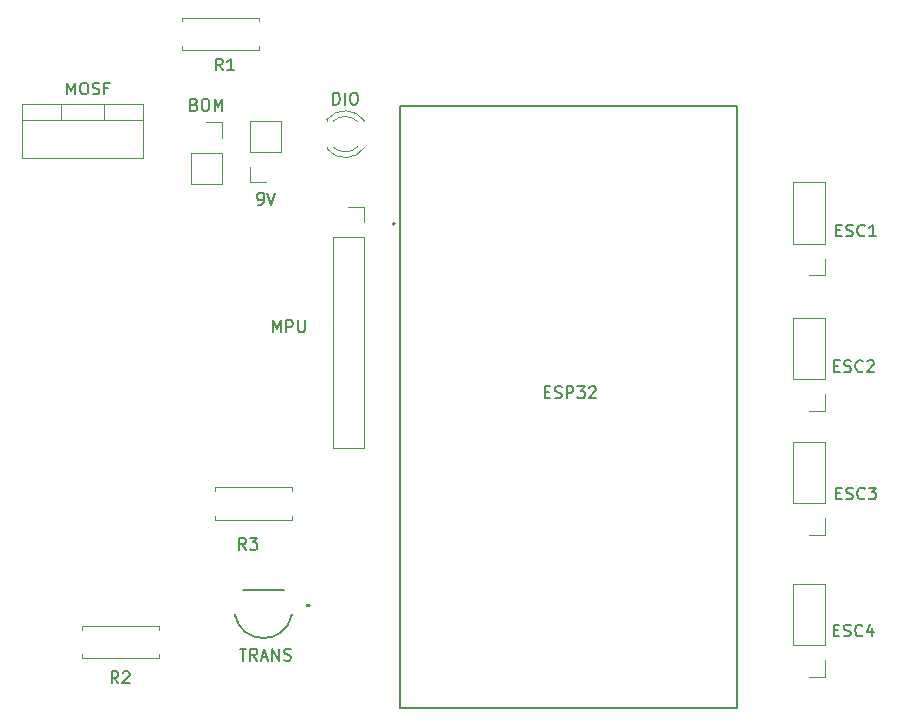
<source format=gbr>
%TF.GenerationSoftware,KiCad,Pcbnew,9.0.3*%
%TF.CreationDate,2025-07-22T12:58:59-05:00*%
%TF.ProjectId,altlas2.0,616c746c-6173-4322-9e30-2e6b69636164,rev?*%
%TF.SameCoordinates,Original*%
%TF.FileFunction,Legend,Top*%
%TF.FilePolarity,Positive*%
%FSLAX46Y46*%
G04 Gerber Fmt 4.6, Leading zero omitted, Abs format (unit mm)*
G04 Created by KiCad (PCBNEW 9.0.3) date 2025-07-22 12:58:59*
%MOMM*%
%LPD*%
G01*
G04 APERTURE LIST*
%ADD10C,0.150000*%
%ADD11C,0.120000*%
%ADD12C,0.127000*%
%ADD13C,0.300000*%
%ADD14C,0.200000*%
G04 APERTURE END LIST*
D10*
X104446190Y-58491009D02*
X104589047Y-58538628D01*
X104589047Y-58538628D02*
X104636666Y-58586247D01*
X104636666Y-58586247D02*
X104684285Y-58681485D01*
X104684285Y-58681485D02*
X104684285Y-58824342D01*
X104684285Y-58824342D02*
X104636666Y-58919580D01*
X104636666Y-58919580D02*
X104589047Y-58967200D01*
X104589047Y-58967200D02*
X104493809Y-59014819D01*
X104493809Y-59014819D02*
X104112857Y-59014819D01*
X104112857Y-59014819D02*
X104112857Y-58014819D01*
X104112857Y-58014819D02*
X104446190Y-58014819D01*
X104446190Y-58014819D02*
X104541428Y-58062438D01*
X104541428Y-58062438D02*
X104589047Y-58110057D01*
X104589047Y-58110057D02*
X104636666Y-58205295D01*
X104636666Y-58205295D02*
X104636666Y-58300533D01*
X104636666Y-58300533D02*
X104589047Y-58395771D01*
X104589047Y-58395771D02*
X104541428Y-58443390D01*
X104541428Y-58443390D02*
X104446190Y-58491009D01*
X104446190Y-58491009D02*
X104112857Y-58491009D01*
X105303333Y-58014819D02*
X105493809Y-58014819D01*
X105493809Y-58014819D02*
X105589047Y-58062438D01*
X105589047Y-58062438D02*
X105684285Y-58157676D01*
X105684285Y-58157676D02*
X105731904Y-58348152D01*
X105731904Y-58348152D02*
X105731904Y-58681485D01*
X105731904Y-58681485D02*
X105684285Y-58871961D01*
X105684285Y-58871961D02*
X105589047Y-58967200D01*
X105589047Y-58967200D02*
X105493809Y-59014819D01*
X105493809Y-59014819D02*
X105303333Y-59014819D01*
X105303333Y-59014819D02*
X105208095Y-58967200D01*
X105208095Y-58967200D02*
X105112857Y-58871961D01*
X105112857Y-58871961D02*
X105065238Y-58681485D01*
X105065238Y-58681485D02*
X105065238Y-58348152D01*
X105065238Y-58348152D02*
X105112857Y-58157676D01*
X105112857Y-58157676D02*
X105208095Y-58062438D01*
X105208095Y-58062438D02*
X105303333Y-58014819D01*
X106160476Y-59014819D02*
X106160476Y-58014819D01*
X106160476Y-58014819D02*
X106493809Y-58729104D01*
X106493809Y-58729104D02*
X106827142Y-58014819D01*
X106827142Y-58014819D02*
X106827142Y-59014819D01*
X158773333Y-91401009D02*
X159106666Y-91401009D01*
X159249523Y-91924819D02*
X158773333Y-91924819D01*
X158773333Y-91924819D02*
X158773333Y-90924819D01*
X158773333Y-90924819D02*
X159249523Y-90924819D01*
X159630476Y-91877200D02*
X159773333Y-91924819D01*
X159773333Y-91924819D02*
X160011428Y-91924819D01*
X160011428Y-91924819D02*
X160106666Y-91877200D01*
X160106666Y-91877200D02*
X160154285Y-91829580D01*
X160154285Y-91829580D02*
X160201904Y-91734342D01*
X160201904Y-91734342D02*
X160201904Y-91639104D01*
X160201904Y-91639104D02*
X160154285Y-91543866D01*
X160154285Y-91543866D02*
X160106666Y-91496247D01*
X160106666Y-91496247D02*
X160011428Y-91448628D01*
X160011428Y-91448628D02*
X159820952Y-91401009D01*
X159820952Y-91401009D02*
X159725714Y-91353390D01*
X159725714Y-91353390D02*
X159678095Y-91305771D01*
X159678095Y-91305771D02*
X159630476Y-91210533D01*
X159630476Y-91210533D02*
X159630476Y-91115295D01*
X159630476Y-91115295D02*
X159678095Y-91020057D01*
X159678095Y-91020057D02*
X159725714Y-90972438D01*
X159725714Y-90972438D02*
X159820952Y-90924819D01*
X159820952Y-90924819D02*
X160059047Y-90924819D01*
X160059047Y-90924819D02*
X160201904Y-90972438D01*
X161201904Y-91829580D02*
X161154285Y-91877200D01*
X161154285Y-91877200D02*
X161011428Y-91924819D01*
X161011428Y-91924819D02*
X160916190Y-91924819D01*
X160916190Y-91924819D02*
X160773333Y-91877200D01*
X160773333Y-91877200D02*
X160678095Y-91781961D01*
X160678095Y-91781961D02*
X160630476Y-91686723D01*
X160630476Y-91686723D02*
X160582857Y-91496247D01*
X160582857Y-91496247D02*
X160582857Y-91353390D01*
X160582857Y-91353390D02*
X160630476Y-91162914D01*
X160630476Y-91162914D02*
X160678095Y-91067676D01*
X160678095Y-91067676D02*
X160773333Y-90972438D01*
X160773333Y-90972438D02*
X160916190Y-90924819D01*
X160916190Y-90924819D02*
X161011428Y-90924819D01*
X161011428Y-90924819D02*
X161154285Y-90972438D01*
X161154285Y-90972438D02*
X161201904Y-91020057D01*
X161535238Y-90924819D02*
X162154285Y-90924819D01*
X162154285Y-90924819D02*
X161820952Y-91305771D01*
X161820952Y-91305771D02*
X161963809Y-91305771D01*
X161963809Y-91305771D02*
X162059047Y-91353390D01*
X162059047Y-91353390D02*
X162106666Y-91401009D01*
X162106666Y-91401009D02*
X162154285Y-91496247D01*
X162154285Y-91496247D02*
X162154285Y-91734342D01*
X162154285Y-91734342D02*
X162106666Y-91829580D01*
X162106666Y-91829580D02*
X162059047Y-91877200D01*
X162059047Y-91877200D02*
X161963809Y-91924819D01*
X161963809Y-91924819D02*
X161678095Y-91924819D01*
X161678095Y-91924819D02*
X161582857Y-91877200D01*
X161582857Y-91877200D02*
X161535238Y-91829580D01*
X93698095Y-57634819D02*
X93698095Y-56634819D01*
X93698095Y-56634819D02*
X94031428Y-57349104D01*
X94031428Y-57349104D02*
X94364761Y-56634819D01*
X94364761Y-56634819D02*
X94364761Y-57634819D01*
X95031428Y-56634819D02*
X95221904Y-56634819D01*
X95221904Y-56634819D02*
X95317142Y-56682438D01*
X95317142Y-56682438D02*
X95412380Y-56777676D01*
X95412380Y-56777676D02*
X95459999Y-56968152D01*
X95459999Y-56968152D02*
X95459999Y-57301485D01*
X95459999Y-57301485D02*
X95412380Y-57491961D01*
X95412380Y-57491961D02*
X95317142Y-57587200D01*
X95317142Y-57587200D02*
X95221904Y-57634819D01*
X95221904Y-57634819D02*
X95031428Y-57634819D01*
X95031428Y-57634819D02*
X94936190Y-57587200D01*
X94936190Y-57587200D02*
X94840952Y-57491961D01*
X94840952Y-57491961D02*
X94793333Y-57301485D01*
X94793333Y-57301485D02*
X94793333Y-56968152D01*
X94793333Y-56968152D02*
X94840952Y-56777676D01*
X94840952Y-56777676D02*
X94936190Y-56682438D01*
X94936190Y-56682438D02*
X95031428Y-56634819D01*
X95840952Y-57587200D02*
X95983809Y-57634819D01*
X95983809Y-57634819D02*
X96221904Y-57634819D01*
X96221904Y-57634819D02*
X96317142Y-57587200D01*
X96317142Y-57587200D02*
X96364761Y-57539580D01*
X96364761Y-57539580D02*
X96412380Y-57444342D01*
X96412380Y-57444342D02*
X96412380Y-57349104D01*
X96412380Y-57349104D02*
X96364761Y-57253866D01*
X96364761Y-57253866D02*
X96317142Y-57206247D01*
X96317142Y-57206247D02*
X96221904Y-57158628D01*
X96221904Y-57158628D02*
X96031428Y-57111009D01*
X96031428Y-57111009D02*
X95936190Y-57063390D01*
X95936190Y-57063390D02*
X95888571Y-57015771D01*
X95888571Y-57015771D02*
X95840952Y-56920533D01*
X95840952Y-56920533D02*
X95840952Y-56825295D01*
X95840952Y-56825295D02*
X95888571Y-56730057D01*
X95888571Y-56730057D02*
X95936190Y-56682438D01*
X95936190Y-56682438D02*
X96031428Y-56634819D01*
X96031428Y-56634819D02*
X96269523Y-56634819D01*
X96269523Y-56634819D02*
X96412380Y-56682438D01*
X97174285Y-57111009D02*
X96840952Y-57111009D01*
X96840952Y-57634819D02*
X96840952Y-56634819D01*
X96840952Y-56634819D02*
X97317142Y-56634819D01*
X158613333Y-80621009D02*
X158946666Y-80621009D01*
X159089523Y-81144819D02*
X158613333Y-81144819D01*
X158613333Y-81144819D02*
X158613333Y-80144819D01*
X158613333Y-80144819D02*
X159089523Y-80144819D01*
X159470476Y-81097200D02*
X159613333Y-81144819D01*
X159613333Y-81144819D02*
X159851428Y-81144819D01*
X159851428Y-81144819D02*
X159946666Y-81097200D01*
X159946666Y-81097200D02*
X159994285Y-81049580D01*
X159994285Y-81049580D02*
X160041904Y-80954342D01*
X160041904Y-80954342D02*
X160041904Y-80859104D01*
X160041904Y-80859104D02*
X159994285Y-80763866D01*
X159994285Y-80763866D02*
X159946666Y-80716247D01*
X159946666Y-80716247D02*
X159851428Y-80668628D01*
X159851428Y-80668628D02*
X159660952Y-80621009D01*
X159660952Y-80621009D02*
X159565714Y-80573390D01*
X159565714Y-80573390D02*
X159518095Y-80525771D01*
X159518095Y-80525771D02*
X159470476Y-80430533D01*
X159470476Y-80430533D02*
X159470476Y-80335295D01*
X159470476Y-80335295D02*
X159518095Y-80240057D01*
X159518095Y-80240057D02*
X159565714Y-80192438D01*
X159565714Y-80192438D02*
X159660952Y-80144819D01*
X159660952Y-80144819D02*
X159899047Y-80144819D01*
X159899047Y-80144819D02*
X160041904Y-80192438D01*
X161041904Y-81049580D02*
X160994285Y-81097200D01*
X160994285Y-81097200D02*
X160851428Y-81144819D01*
X160851428Y-81144819D02*
X160756190Y-81144819D01*
X160756190Y-81144819D02*
X160613333Y-81097200D01*
X160613333Y-81097200D02*
X160518095Y-81001961D01*
X160518095Y-81001961D02*
X160470476Y-80906723D01*
X160470476Y-80906723D02*
X160422857Y-80716247D01*
X160422857Y-80716247D02*
X160422857Y-80573390D01*
X160422857Y-80573390D02*
X160470476Y-80382914D01*
X160470476Y-80382914D02*
X160518095Y-80287676D01*
X160518095Y-80287676D02*
X160613333Y-80192438D01*
X160613333Y-80192438D02*
X160756190Y-80144819D01*
X160756190Y-80144819D02*
X160851428Y-80144819D01*
X160851428Y-80144819D02*
X160994285Y-80192438D01*
X160994285Y-80192438D02*
X161041904Y-80240057D01*
X161422857Y-80240057D02*
X161470476Y-80192438D01*
X161470476Y-80192438D02*
X161565714Y-80144819D01*
X161565714Y-80144819D02*
X161803809Y-80144819D01*
X161803809Y-80144819D02*
X161899047Y-80192438D01*
X161899047Y-80192438D02*
X161946666Y-80240057D01*
X161946666Y-80240057D02*
X161994285Y-80335295D01*
X161994285Y-80335295D02*
X161994285Y-80430533D01*
X161994285Y-80430533D02*
X161946666Y-80573390D01*
X161946666Y-80573390D02*
X161375238Y-81144819D01*
X161375238Y-81144819D02*
X161994285Y-81144819D01*
X98023333Y-107484819D02*
X97690000Y-107008628D01*
X97451905Y-107484819D02*
X97451905Y-106484819D01*
X97451905Y-106484819D02*
X97832857Y-106484819D01*
X97832857Y-106484819D02*
X97928095Y-106532438D01*
X97928095Y-106532438D02*
X97975714Y-106580057D01*
X97975714Y-106580057D02*
X98023333Y-106675295D01*
X98023333Y-106675295D02*
X98023333Y-106818152D01*
X98023333Y-106818152D02*
X97975714Y-106913390D01*
X97975714Y-106913390D02*
X97928095Y-106961009D01*
X97928095Y-106961009D02*
X97832857Y-107008628D01*
X97832857Y-107008628D02*
X97451905Y-107008628D01*
X98404286Y-106580057D02*
X98451905Y-106532438D01*
X98451905Y-106532438D02*
X98547143Y-106484819D01*
X98547143Y-106484819D02*
X98785238Y-106484819D01*
X98785238Y-106484819D02*
X98880476Y-106532438D01*
X98880476Y-106532438D02*
X98928095Y-106580057D01*
X98928095Y-106580057D02*
X98975714Y-106675295D01*
X98975714Y-106675295D02*
X98975714Y-106770533D01*
X98975714Y-106770533D02*
X98928095Y-106913390D01*
X98928095Y-106913390D02*
X98356667Y-107484819D01*
X98356667Y-107484819D02*
X98975714Y-107484819D01*
X106853333Y-55594819D02*
X106520000Y-55118628D01*
X106281905Y-55594819D02*
X106281905Y-54594819D01*
X106281905Y-54594819D02*
X106662857Y-54594819D01*
X106662857Y-54594819D02*
X106758095Y-54642438D01*
X106758095Y-54642438D02*
X106805714Y-54690057D01*
X106805714Y-54690057D02*
X106853333Y-54785295D01*
X106853333Y-54785295D02*
X106853333Y-54928152D01*
X106853333Y-54928152D02*
X106805714Y-55023390D01*
X106805714Y-55023390D02*
X106758095Y-55071009D01*
X106758095Y-55071009D02*
X106662857Y-55118628D01*
X106662857Y-55118628D02*
X106281905Y-55118628D01*
X107805714Y-55594819D02*
X107234286Y-55594819D01*
X107520000Y-55594819D02*
X107520000Y-54594819D01*
X107520000Y-54594819D02*
X107424762Y-54737676D01*
X107424762Y-54737676D02*
X107329524Y-54832914D01*
X107329524Y-54832914D02*
X107234286Y-54880533D01*
X108295221Y-104574214D02*
X108867293Y-104574214D01*
X108581257Y-105575340D02*
X108581257Y-104574214D01*
X109773074Y-105575340D02*
X109439365Y-105098614D01*
X109201002Y-105575340D02*
X109201002Y-104574214D01*
X109201002Y-104574214D02*
X109582383Y-104574214D01*
X109582383Y-104574214D02*
X109677729Y-104621887D01*
X109677729Y-104621887D02*
X109725401Y-104669560D01*
X109725401Y-104669560D02*
X109773074Y-104764905D01*
X109773074Y-104764905D02*
X109773074Y-104907923D01*
X109773074Y-104907923D02*
X109725401Y-105003268D01*
X109725401Y-105003268D02*
X109677729Y-105050941D01*
X109677729Y-105050941D02*
X109582383Y-105098614D01*
X109582383Y-105098614D02*
X109201002Y-105098614D01*
X110154455Y-105289304D02*
X110631182Y-105289304D01*
X110059110Y-105575340D02*
X110392819Y-104574214D01*
X110392819Y-104574214D02*
X110726527Y-105575340D01*
X111060236Y-105575340D02*
X111060236Y-104574214D01*
X111060236Y-104574214D02*
X111632308Y-105575340D01*
X111632308Y-105575340D02*
X111632308Y-104574214D01*
X112061362Y-105527668D02*
X112204380Y-105575340D01*
X112204380Y-105575340D02*
X112442744Y-105575340D01*
X112442744Y-105575340D02*
X112538089Y-105527668D01*
X112538089Y-105527668D02*
X112585762Y-105479995D01*
X112585762Y-105479995D02*
X112633434Y-105384650D01*
X112633434Y-105384650D02*
X112633434Y-105289304D01*
X112633434Y-105289304D02*
X112585762Y-105193959D01*
X112585762Y-105193959D02*
X112538089Y-105146286D01*
X112538089Y-105146286D02*
X112442744Y-105098614D01*
X112442744Y-105098614D02*
X112252053Y-105050941D01*
X112252053Y-105050941D02*
X112156708Y-105003268D01*
X112156708Y-105003268D02*
X112109035Y-104955596D01*
X112109035Y-104955596D02*
X112061362Y-104860250D01*
X112061362Y-104860250D02*
X112061362Y-104764905D01*
X112061362Y-104764905D02*
X112109035Y-104669560D01*
X112109035Y-104669560D02*
X112156708Y-104621887D01*
X112156708Y-104621887D02*
X112252053Y-104574214D01*
X112252053Y-104574214D02*
X112490416Y-104574214D01*
X112490416Y-104574214D02*
X112633434Y-104621887D01*
X134117143Y-82831009D02*
X134450476Y-82831009D01*
X134593333Y-83354819D02*
X134117143Y-83354819D01*
X134117143Y-83354819D02*
X134117143Y-82354819D01*
X134117143Y-82354819D02*
X134593333Y-82354819D01*
X134974286Y-83307200D02*
X135117143Y-83354819D01*
X135117143Y-83354819D02*
X135355238Y-83354819D01*
X135355238Y-83354819D02*
X135450476Y-83307200D01*
X135450476Y-83307200D02*
X135498095Y-83259580D01*
X135498095Y-83259580D02*
X135545714Y-83164342D01*
X135545714Y-83164342D02*
X135545714Y-83069104D01*
X135545714Y-83069104D02*
X135498095Y-82973866D01*
X135498095Y-82973866D02*
X135450476Y-82926247D01*
X135450476Y-82926247D02*
X135355238Y-82878628D01*
X135355238Y-82878628D02*
X135164762Y-82831009D01*
X135164762Y-82831009D02*
X135069524Y-82783390D01*
X135069524Y-82783390D02*
X135021905Y-82735771D01*
X135021905Y-82735771D02*
X134974286Y-82640533D01*
X134974286Y-82640533D02*
X134974286Y-82545295D01*
X134974286Y-82545295D02*
X135021905Y-82450057D01*
X135021905Y-82450057D02*
X135069524Y-82402438D01*
X135069524Y-82402438D02*
X135164762Y-82354819D01*
X135164762Y-82354819D02*
X135402857Y-82354819D01*
X135402857Y-82354819D02*
X135545714Y-82402438D01*
X135974286Y-83354819D02*
X135974286Y-82354819D01*
X135974286Y-82354819D02*
X136355238Y-82354819D01*
X136355238Y-82354819D02*
X136450476Y-82402438D01*
X136450476Y-82402438D02*
X136498095Y-82450057D01*
X136498095Y-82450057D02*
X136545714Y-82545295D01*
X136545714Y-82545295D02*
X136545714Y-82688152D01*
X136545714Y-82688152D02*
X136498095Y-82783390D01*
X136498095Y-82783390D02*
X136450476Y-82831009D01*
X136450476Y-82831009D02*
X136355238Y-82878628D01*
X136355238Y-82878628D02*
X135974286Y-82878628D01*
X136879048Y-82354819D02*
X137498095Y-82354819D01*
X137498095Y-82354819D02*
X137164762Y-82735771D01*
X137164762Y-82735771D02*
X137307619Y-82735771D01*
X137307619Y-82735771D02*
X137402857Y-82783390D01*
X137402857Y-82783390D02*
X137450476Y-82831009D01*
X137450476Y-82831009D02*
X137498095Y-82926247D01*
X137498095Y-82926247D02*
X137498095Y-83164342D01*
X137498095Y-83164342D02*
X137450476Y-83259580D01*
X137450476Y-83259580D02*
X137402857Y-83307200D01*
X137402857Y-83307200D02*
X137307619Y-83354819D01*
X137307619Y-83354819D02*
X137021905Y-83354819D01*
X137021905Y-83354819D02*
X136926667Y-83307200D01*
X136926667Y-83307200D02*
X136879048Y-83259580D01*
X137879048Y-82450057D02*
X137926667Y-82402438D01*
X137926667Y-82402438D02*
X138021905Y-82354819D01*
X138021905Y-82354819D02*
X138260000Y-82354819D01*
X138260000Y-82354819D02*
X138355238Y-82402438D01*
X138355238Y-82402438D02*
X138402857Y-82450057D01*
X138402857Y-82450057D02*
X138450476Y-82545295D01*
X138450476Y-82545295D02*
X138450476Y-82640533D01*
X138450476Y-82640533D02*
X138402857Y-82783390D01*
X138402857Y-82783390D02*
X137831429Y-83354819D01*
X137831429Y-83354819D02*
X138450476Y-83354819D01*
X116206191Y-58494819D02*
X116206191Y-57494819D01*
X116206191Y-57494819D02*
X116444286Y-57494819D01*
X116444286Y-57494819D02*
X116587143Y-57542438D01*
X116587143Y-57542438D02*
X116682381Y-57637676D01*
X116682381Y-57637676D02*
X116730000Y-57732914D01*
X116730000Y-57732914D02*
X116777619Y-57923390D01*
X116777619Y-57923390D02*
X116777619Y-58066247D01*
X116777619Y-58066247D02*
X116730000Y-58256723D01*
X116730000Y-58256723D02*
X116682381Y-58351961D01*
X116682381Y-58351961D02*
X116587143Y-58447200D01*
X116587143Y-58447200D02*
X116444286Y-58494819D01*
X116444286Y-58494819D02*
X116206191Y-58494819D01*
X117206191Y-58494819D02*
X117206191Y-57494819D01*
X117872857Y-57494819D02*
X118063333Y-57494819D01*
X118063333Y-57494819D02*
X118158571Y-57542438D01*
X118158571Y-57542438D02*
X118253809Y-57637676D01*
X118253809Y-57637676D02*
X118301428Y-57828152D01*
X118301428Y-57828152D02*
X118301428Y-58161485D01*
X118301428Y-58161485D02*
X118253809Y-58351961D01*
X118253809Y-58351961D02*
X118158571Y-58447200D01*
X118158571Y-58447200D02*
X118063333Y-58494819D01*
X118063333Y-58494819D02*
X117872857Y-58494819D01*
X117872857Y-58494819D02*
X117777619Y-58447200D01*
X117777619Y-58447200D02*
X117682381Y-58351961D01*
X117682381Y-58351961D02*
X117634762Y-58161485D01*
X117634762Y-58161485D02*
X117634762Y-57828152D01*
X117634762Y-57828152D02*
X117682381Y-57637676D01*
X117682381Y-57637676D02*
X117777619Y-57542438D01*
X117777619Y-57542438D02*
X117872857Y-57494819D01*
X108813333Y-96184819D02*
X108480000Y-95708628D01*
X108241905Y-96184819D02*
X108241905Y-95184819D01*
X108241905Y-95184819D02*
X108622857Y-95184819D01*
X108622857Y-95184819D02*
X108718095Y-95232438D01*
X108718095Y-95232438D02*
X108765714Y-95280057D01*
X108765714Y-95280057D02*
X108813333Y-95375295D01*
X108813333Y-95375295D02*
X108813333Y-95518152D01*
X108813333Y-95518152D02*
X108765714Y-95613390D01*
X108765714Y-95613390D02*
X108718095Y-95661009D01*
X108718095Y-95661009D02*
X108622857Y-95708628D01*
X108622857Y-95708628D02*
X108241905Y-95708628D01*
X109146667Y-95184819D02*
X109765714Y-95184819D01*
X109765714Y-95184819D02*
X109432381Y-95565771D01*
X109432381Y-95565771D02*
X109575238Y-95565771D01*
X109575238Y-95565771D02*
X109670476Y-95613390D01*
X109670476Y-95613390D02*
X109718095Y-95661009D01*
X109718095Y-95661009D02*
X109765714Y-95756247D01*
X109765714Y-95756247D02*
X109765714Y-95994342D01*
X109765714Y-95994342D02*
X109718095Y-96089580D01*
X109718095Y-96089580D02*
X109670476Y-96137200D01*
X109670476Y-96137200D02*
X109575238Y-96184819D01*
X109575238Y-96184819D02*
X109289524Y-96184819D01*
X109289524Y-96184819D02*
X109194286Y-96137200D01*
X109194286Y-96137200D02*
X109146667Y-96089580D01*
X109880952Y-66974819D02*
X110071428Y-66974819D01*
X110071428Y-66974819D02*
X110166666Y-66927200D01*
X110166666Y-66927200D02*
X110214285Y-66879580D01*
X110214285Y-66879580D02*
X110309523Y-66736723D01*
X110309523Y-66736723D02*
X110357142Y-66546247D01*
X110357142Y-66546247D02*
X110357142Y-66165295D01*
X110357142Y-66165295D02*
X110309523Y-66070057D01*
X110309523Y-66070057D02*
X110261904Y-66022438D01*
X110261904Y-66022438D02*
X110166666Y-65974819D01*
X110166666Y-65974819D02*
X109976190Y-65974819D01*
X109976190Y-65974819D02*
X109880952Y-66022438D01*
X109880952Y-66022438D02*
X109833333Y-66070057D01*
X109833333Y-66070057D02*
X109785714Y-66165295D01*
X109785714Y-66165295D02*
X109785714Y-66403390D01*
X109785714Y-66403390D02*
X109833333Y-66498628D01*
X109833333Y-66498628D02*
X109880952Y-66546247D01*
X109880952Y-66546247D02*
X109976190Y-66593866D01*
X109976190Y-66593866D02*
X110166666Y-66593866D01*
X110166666Y-66593866D02*
X110261904Y-66546247D01*
X110261904Y-66546247D02*
X110309523Y-66498628D01*
X110309523Y-66498628D02*
X110357142Y-66403390D01*
X110642857Y-65974819D02*
X110976190Y-66974819D01*
X110976190Y-66974819D02*
X111309523Y-65974819D01*
X111092857Y-77774819D02*
X111092857Y-76774819D01*
X111092857Y-76774819D02*
X111426190Y-77489104D01*
X111426190Y-77489104D02*
X111759523Y-76774819D01*
X111759523Y-76774819D02*
X111759523Y-77774819D01*
X112235714Y-77774819D02*
X112235714Y-76774819D01*
X112235714Y-76774819D02*
X112616666Y-76774819D01*
X112616666Y-76774819D02*
X112711904Y-76822438D01*
X112711904Y-76822438D02*
X112759523Y-76870057D01*
X112759523Y-76870057D02*
X112807142Y-76965295D01*
X112807142Y-76965295D02*
X112807142Y-77108152D01*
X112807142Y-77108152D02*
X112759523Y-77203390D01*
X112759523Y-77203390D02*
X112711904Y-77251009D01*
X112711904Y-77251009D02*
X112616666Y-77298628D01*
X112616666Y-77298628D02*
X112235714Y-77298628D01*
X113235714Y-76774819D02*
X113235714Y-77584342D01*
X113235714Y-77584342D02*
X113283333Y-77679580D01*
X113283333Y-77679580D02*
X113330952Y-77727200D01*
X113330952Y-77727200D02*
X113426190Y-77774819D01*
X113426190Y-77774819D02*
X113616666Y-77774819D01*
X113616666Y-77774819D02*
X113711904Y-77727200D01*
X113711904Y-77727200D02*
X113759523Y-77679580D01*
X113759523Y-77679580D02*
X113807142Y-77584342D01*
X113807142Y-77584342D02*
X113807142Y-76774819D01*
X158583333Y-102991009D02*
X158916666Y-102991009D01*
X159059523Y-103514819D02*
X158583333Y-103514819D01*
X158583333Y-103514819D02*
X158583333Y-102514819D01*
X158583333Y-102514819D02*
X159059523Y-102514819D01*
X159440476Y-103467200D02*
X159583333Y-103514819D01*
X159583333Y-103514819D02*
X159821428Y-103514819D01*
X159821428Y-103514819D02*
X159916666Y-103467200D01*
X159916666Y-103467200D02*
X159964285Y-103419580D01*
X159964285Y-103419580D02*
X160011904Y-103324342D01*
X160011904Y-103324342D02*
X160011904Y-103229104D01*
X160011904Y-103229104D02*
X159964285Y-103133866D01*
X159964285Y-103133866D02*
X159916666Y-103086247D01*
X159916666Y-103086247D02*
X159821428Y-103038628D01*
X159821428Y-103038628D02*
X159630952Y-102991009D01*
X159630952Y-102991009D02*
X159535714Y-102943390D01*
X159535714Y-102943390D02*
X159488095Y-102895771D01*
X159488095Y-102895771D02*
X159440476Y-102800533D01*
X159440476Y-102800533D02*
X159440476Y-102705295D01*
X159440476Y-102705295D02*
X159488095Y-102610057D01*
X159488095Y-102610057D02*
X159535714Y-102562438D01*
X159535714Y-102562438D02*
X159630952Y-102514819D01*
X159630952Y-102514819D02*
X159869047Y-102514819D01*
X159869047Y-102514819D02*
X160011904Y-102562438D01*
X161011904Y-103419580D02*
X160964285Y-103467200D01*
X160964285Y-103467200D02*
X160821428Y-103514819D01*
X160821428Y-103514819D02*
X160726190Y-103514819D01*
X160726190Y-103514819D02*
X160583333Y-103467200D01*
X160583333Y-103467200D02*
X160488095Y-103371961D01*
X160488095Y-103371961D02*
X160440476Y-103276723D01*
X160440476Y-103276723D02*
X160392857Y-103086247D01*
X160392857Y-103086247D02*
X160392857Y-102943390D01*
X160392857Y-102943390D02*
X160440476Y-102752914D01*
X160440476Y-102752914D02*
X160488095Y-102657676D01*
X160488095Y-102657676D02*
X160583333Y-102562438D01*
X160583333Y-102562438D02*
X160726190Y-102514819D01*
X160726190Y-102514819D02*
X160821428Y-102514819D01*
X160821428Y-102514819D02*
X160964285Y-102562438D01*
X160964285Y-102562438D02*
X161011904Y-102610057D01*
X161869047Y-102848152D02*
X161869047Y-103514819D01*
X161630952Y-102467200D02*
X161392857Y-103181485D01*
X161392857Y-103181485D02*
X162011904Y-103181485D01*
X158783333Y-69131009D02*
X159116666Y-69131009D01*
X159259523Y-69654819D02*
X158783333Y-69654819D01*
X158783333Y-69654819D02*
X158783333Y-68654819D01*
X158783333Y-68654819D02*
X159259523Y-68654819D01*
X159640476Y-69607200D02*
X159783333Y-69654819D01*
X159783333Y-69654819D02*
X160021428Y-69654819D01*
X160021428Y-69654819D02*
X160116666Y-69607200D01*
X160116666Y-69607200D02*
X160164285Y-69559580D01*
X160164285Y-69559580D02*
X160211904Y-69464342D01*
X160211904Y-69464342D02*
X160211904Y-69369104D01*
X160211904Y-69369104D02*
X160164285Y-69273866D01*
X160164285Y-69273866D02*
X160116666Y-69226247D01*
X160116666Y-69226247D02*
X160021428Y-69178628D01*
X160021428Y-69178628D02*
X159830952Y-69131009D01*
X159830952Y-69131009D02*
X159735714Y-69083390D01*
X159735714Y-69083390D02*
X159688095Y-69035771D01*
X159688095Y-69035771D02*
X159640476Y-68940533D01*
X159640476Y-68940533D02*
X159640476Y-68845295D01*
X159640476Y-68845295D02*
X159688095Y-68750057D01*
X159688095Y-68750057D02*
X159735714Y-68702438D01*
X159735714Y-68702438D02*
X159830952Y-68654819D01*
X159830952Y-68654819D02*
X160069047Y-68654819D01*
X160069047Y-68654819D02*
X160211904Y-68702438D01*
X161211904Y-69559580D02*
X161164285Y-69607200D01*
X161164285Y-69607200D02*
X161021428Y-69654819D01*
X161021428Y-69654819D02*
X160926190Y-69654819D01*
X160926190Y-69654819D02*
X160783333Y-69607200D01*
X160783333Y-69607200D02*
X160688095Y-69511961D01*
X160688095Y-69511961D02*
X160640476Y-69416723D01*
X160640476Y-69416723D02*
X160592857Y-69226247D01*
X160592857Y-69226247D02*
X160592857Y-69083390D01*
X160592857Y-69083390D02*
X160640476Y-68892914D01*
X160640476Y-68892914D02*
X160688095Y-68797676D01*
X160688095Y-68797676D02*
X160783333Y-68702438D01*
X160783333Y-68702438D02*
X160926190Y-68654819D01*
X160926190Y-68654819D02*
X161021428Y-68654819D01*
X161021428Y-68654819D02*
X161164285Y-68702438D01*
X161164285Y-68702438D02*
X161211904Y-68750057D01*
X162164285Y-69654819D02*
X161592857Y-69654819D01*
X161878571Y-69654819D02*
X161878571Y-68654819D01*
X161878571Y-68654819D02*
X161783333Y-68797676D01*
X161783333Y-68797676D02*
X161688095Y-68892914D01*
X161688095Y-68892914D02*
X161592857Y-68940533D01*
D11*
%TO.C,BOM*%
X104140000Y-62600000D02*
X104140000Y-65200000D01*
X104140000Y-62600000D02*
X106800000Y-62600000D01*
X104140000Y-65200000D02*
X106800000Y-65200000D01*
X105470000Y-60000000D02*
X106800000Y-60000000D01*
X106800000Y-60000000D02*
X106800000Y-61330000D01*
X106800000Y-62600000D02*
X106800000Y-65200000D01*
%TO.C,ESC3*%
X155120000Y-92270000D02*
X155120000Y-87080000D01*
X157880000Y-87080000D02*
X155120000Y-87080000D01*
X157880000Y-92270000D02*
X155120000Y-92270000D01*
X157880000Y-92270000D02*
X157880000Y-87080000D01*
X157880000Y-93540000D02*
X157880000Y-94920000D01*
X157880000Y-94920000D02*
X156500000Y-94920000D01*
%TO.C,MOSF*%
X89870000Y-58440000D02*
X100090000Y-58440000D01*
X89870000Y-59820000D02*
X100090000Y-59820000D01*
X89870000Y-63060000D02*
X89870000Y-58440000D01*
X93130000Y-58440000D02*
X93130000Y-59820000D01*
X96830000Y-58440000D02*
X96830000Y-59820000D01*
X100090000Y-58440000D02*
X100090000Y-63060000D01*
X100090000Y-63060000D02*
X89870000Y-63060000D01*
%TO.C,ESC2*%
X155120000Y-81770000D02*
X155120000Y-76580000D01*
X157880000Y-76580000D02*
X155120000Y-76580000D01*
X157880000Y-81770000D02*
X155120000Y-81770000D01*
X157880000Y-81770000D02*
X157880000Y-76580000D01*
X157880000Y-83040000D02*
X157880000Y-84420000D01*
X157880000Y-84420000D02*
X156500000Y-84420000D01*
%TO.C,R2*%
X94920000Y-102630000D02*
X94920000Y-102960000D01*
X94920000Y-105370000D02*
X94920000Y-105040000D01*
X101460000Y-102630000D02*
X94920000Y-102630000D01*
X101460000Y-102960000D02*
X101460000Y-102630000D01*
X101460000Y-105040000D02*
X101460000Y-105370000D01*
X101460000Y-105370000D02*
X94920000Y-105370000D01*
%TO.C,R1*%
X103420000Y-51130000D02*
X109960000Y-51130000D01*
X103420000Y-51460000D02*
X103420000Y-51130000D01*
X103420000Y-53540000D02*
X103420000Y-53870000D01*
X103420000Y-53870000D02*
X109960000Y-53870000D01*
X109960000Y-51130000D02*
X109960000Y-51460000D01*
X109960000Y-53870000D02*
X109960000Y-53540000D01*
D12*
%TO.C,TRANS*%
X108579500Y-99564500D02*
X112009500Y-99564500D01*
X112707000Y-101694500D02*
G75*
G02*
X107882000Y-101694499I-2412500J490829D01*
G01*
D13*
X114154500Y-100894500D02*
G75*
G02*
X114054500Y-100894500I-50000J0D01*
G01*
X114054500Y-100894500D02*
G75*
G02*
X114154500Y-100894500I50000J0D01*
G01*
D12*
%TO.C,ESP32*%
X121905000Y-58630000D02*
X132974000Y-58630000D01*
X121905000Y-58630000D02*
X150415000Y-58630000D01*
X121905000Y-109580000D02*
X121905000Y-58630000D01*
X121905000Y-109580000D02*
X121905000Y-58630000D01*
X121905000Y-109580000D02*
X127275000Y-109580000D01*
X127275000Y-109580000D02*
X144965000Y-109580000D01*
X132974000Y-58630000D02*
X139685000Y-58630000D01*
X139685000Y-58630000D02*
X150415000Y-58630000D01*
X144965000Y-109580000D02*
X150415000Y-109580000D01*
X150415000Y-58630000D02*
X150415000Y-109580000D01*
X150415000Y-58630000D02*
X150415000Y-109580000D01*
X150415000Y-109580000D02*
X121905000Y-109580000D01*
D14*
X121435000Y-68590000D02*
G75*
G02*
X121235000Y-68590000I-100000J0D01*
G01*
X121235000Y-68590000D02*
G75*
G02*
X121435000Y-68590000I100000J0D01*
G01*
D11*
%TO.C,DIO*%
X115670000Y-59764000D02*
X115670000Y-59920000D01*
X115670000Y-62080000D02*
X115670000Y-62236000D01*
X115670000Y-59764484D02*
G75*
G02*
X118901437Y-59920000I1560000J-1235516D01*
G01*
X116189039Y-59920000D02*
G75*
G02*
X118270961Y-59920000I1040961J-1080000D01*
G01*
X118270961Y-62080000D02*
G75*
G02*
X116189039Y-62080000I-1040961J1080000D01*
G01*
X118901437Y-62080000D02*
G75*
G02*
X115670000Y-62235516I-1671437J1080000D01*
G01*
%TO.C,R3*%
X112700000Y-93630000D02*
X106160000Y-93630000D01*
X112700000Y-93300000D02*
X112700000Y-93630000D01*
X112700000Y-91220000D02*
X112700000Y-90890000D01*
X112700000Y-90890000D02*
X106160000Y-90890000D01*
X106160000Y-93630000D02*
X106160000Y-93300000D01*
X106160000Y-90890000D02*
X106160000Y-91220000D01*
%TO.C,9V*%
X109170000Y-62480000D02*
X109170000Y-59880000D01*
X109170000Y-65080000D02*
X109170000Y-63750000D01*
X110500000Y-65080000D02*
X109170000Y-65080000D01*
X111830000Y-59880000D02*
X109170000Y-59880000D01*
X111830000Y-62480000D02*
X109170000Y-62480000D01*
X111830000Y-62480000D02*
X111830000Y-59880000D01*
%TO.C,MPU*%
X116170000Y-69730000D02*
X116170000Y-87570000D01*
X116170000Y-69730000D02*
X118830000Y-69730000D01*
X116170000Y-87570000D02*
X118830000Y-87570000D01*
X117500000Y-67130000D02*
X118830000Y-67130000D01*
X118830000Y-67130000D02*
X118830000Y-68460000D01*
X118830000Y-69730000D02*
X118830000Y-87570000D01*
%TO.C,ESC4*%
X155120000Y-104270000D02*
X155120000Y-99080000D01*
X157880000Y-99080000D02*
X155120000Y-99080000D01*
X157880000Y-104270000D02*
X155120000Y-104270000D01*
X157880000Y-104270000D02*
X157880000Y-99080000D01*
X157880000Y-105540000D02*
X157880000Y-106920000D01*
X157880000Y-106920000D02*
X156500000Y-106920000D01*
%TO.C,ESC1*%
X155120000Y-70270000D02*
X155120000Y-65080000D01*
X157880000Y-65080000D02*
X155120000Y-65080000D01*
X157880000Y-70270000D02*
X155120000Y-70270000D01*
X157880000Y-70270000D02*
X157880000Y-65080000D01*
X157880000Y-71540000D02*
X157880000Y-72920000D01*
X157880000Y-72920000D02*
X156500000Y-72920000D01*
%TD*%
M02*

</source>
